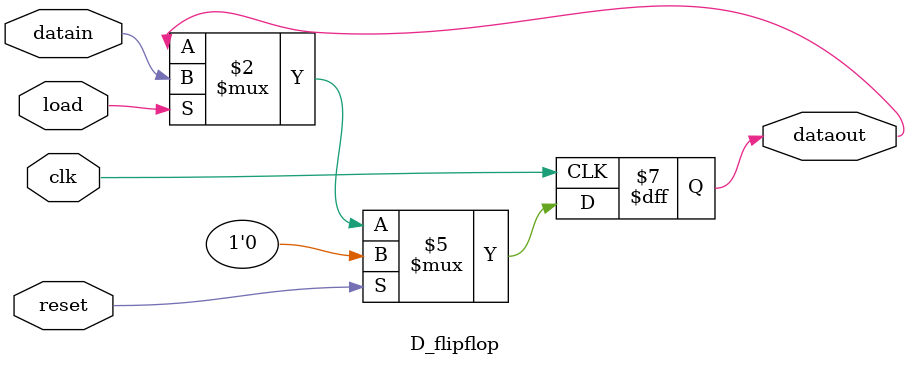
<source format=sv>
module D_flipflop(input logic clk, load, reset, datain,
						output logic dataout);
	always_ff @ (posedge clk)
	begin
		if (reset)
			dataout <= 1'b0;
		else if (load)
			dataout <= datain;
	end

endmodule
	
</source>
